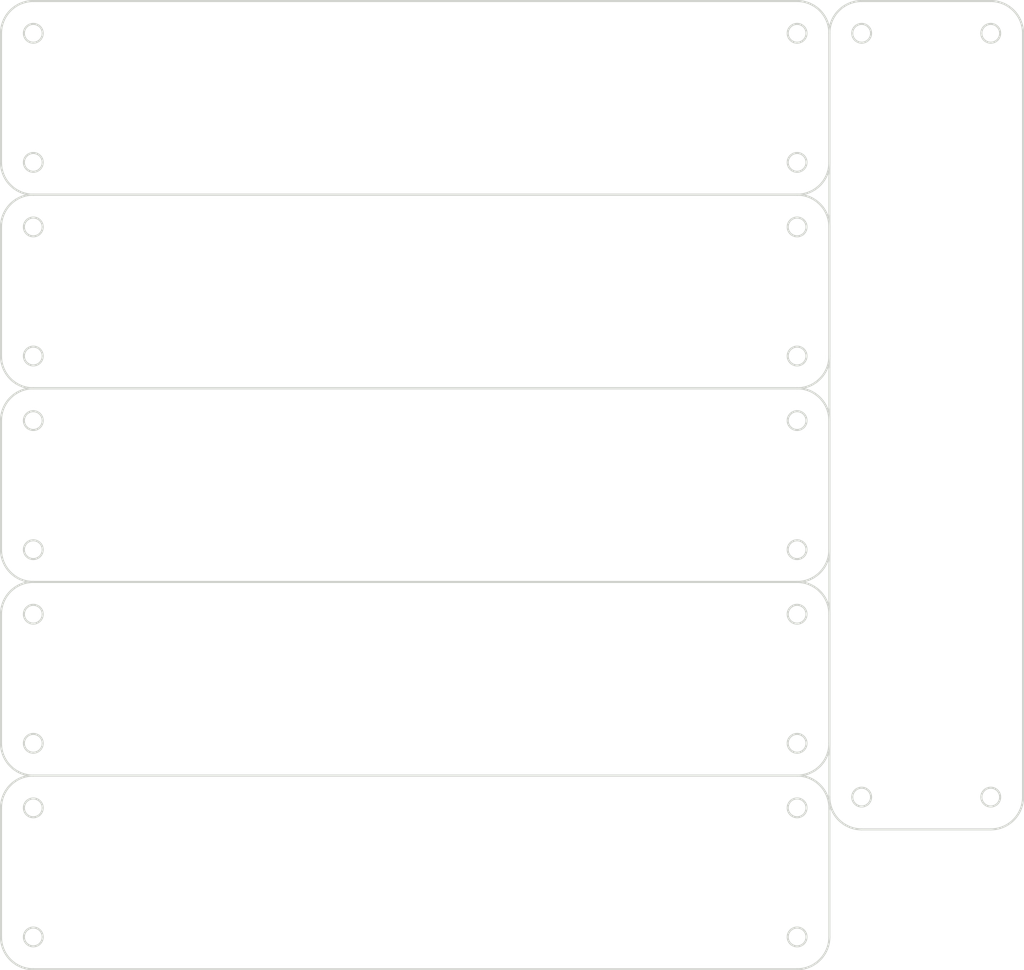
<source format=kicad_pcb>
(kicad_pcb (version 3) (host pcbnew "(2013-07-07 BZR 4022)-stable")

  (general
    (links 0)
    (no_connects 0)
    (area 99.809499 99.809499 290.190501 280.190501)
    (thickness 1.6)
    (drawings 72)
    (tracks 0)
    (zones 0)
    (modules 0)
    (nets 1)
  )

  (page A3)
  (layers
    (15 F.Cu signal)
    (0 B.Cu signal)
    (16 B.Adhes user)
    (17 F.Adhes user)
    (18 B.Paste user)
    (19 F.Paste user)
    (20 B.SilkS user)
    (21 F.SilkS user)
    (22 B.Mask user)
    (23 F.Mask user)
    (24 Dwgs.User user)
    (25 Cmts.User user)
    (26 Eco1.User user)
    (27 Eco2.User user)
    (28 Edge.Cuts user)
  )

  (setup
    (last_trace_width 0.254)
    (user_trace_width 0.254)
    (user_trace_width 0.5)
    (user_trace_width 1)
    (user_trace_width 2)
    (trace_clearance 0.254)
    (zone_clearance 0.508)
    (zone_45_only no)
    (trace_min 0.254)
    (segment_width 0.381)
    (edge_width 0.381)
    (via_size 0.889)
    (via_drill 0.635)
    (via_min_size 0.889)
    (via_min_drill 0.508)
    (uvia_size 0.508)
    (uvia_drill 0.127)
    (uvias_allowed no)
    (uvia_min_size 0.508)
    (uvia_min_drill 0.127)
    (pcb_text_width 0.3048)
    (pcb_text_size 1.524 2.032)
    (mod_edge_width 0.2)
    (mod_text_size 1.524 1.524)
    (mod_text_width 0.3048)
    (pad_size 1.4 1.4)
    (pad_drill 0.8)
    (pad_to_mask_clearance 0.254)
    (aux_axis_origin 100 100)
    (visible_elements 7FFFFFFF)
    (pcbplotparams
      (layerselection 3178497)
      (usegerberextensions false)
      (excludeedgelayer true)
      (linewidth 0.150000)
      (plotframeref false)
      (viasonmask false)
      (mode 1)
      (useauxorigin false)
      (hpglpennumber 1)
      (hpglpenspeed 20)
      (hpglpendiameter 15)
      (hpglpenoverlay 2)
      (psnegative false)
      (psa4output false)
      (plotreference true)
      (plotvalue true)
      (plotothertext true)
      (plotinvisibletext false)
      (padsonsilk false)
      (subtractmaskfromsilk false)
      (outputformat 5)
      (mirror false)
      (drillshape 0)
      (scaleselection 1)
      (outputdirectory ""))
  )

  (net 0 "")

  (net_class Default "This is the default net class."
    (clearance 0.254)
    (trace_width 0.254)
    (via_dia 0.889)
    (via_drill 0.635)
    (uvia_dia 0.508)
    (uvia_drill 0.127)
    (add_net "")
  )

  (gr_arc (start 260 106) (end 254 106) (angle 90) (layer Edge.Cuts) (width 0.381) (tstamp 52D85F2F))
  (gr_arc (start 284 106) (end 284 100) (angle 90) (layer Edge.Cuts) (width 0.381) (tstamp 52D85F2E))
  (gr_arc (start 284 248) (end 290 248) (angle 90) (layer Edge.Cuts) (width 0.381) (tstamp 52D85F2D))
  (gr_arc (start 260 248) (end 260 254) (angle 90) (layer Edge.Cuts) (width 0.381) (tstamp 52D85F2C))
  (gr_line (start 260 254) (end 284 254) (angle 90) (layer Edge.Cuts) (width 0.381) (tstamp 52D85F2B))
  (gr_line (start 290 106) (end 290 248) (angle 90) (layer Edge.Cuts) (width 0.381) (tstamp 52D85F2A))
  (gr_line (start 260 100) (end 284 100) (angle 90) (layer Edge.Cuts) (width 0.381) (tstamp 52D85F29))
  (gr_line (start 254 248) (end 254 106) (angle 90) (layer Edge.Cuts) (width 0.381) (tstamp 52D85F28))
  (gr_circle (center 260 106) (end 260 107.75) (layer Edge.Cuts) (width 0.381) (tstamp 52D85F27))
  (gr_circle (center 284 106) (end 284 107.75) (layer Edge.Cuts) (width 0.381) (tstamp 52D85F26))
  (gr_circle (center 284 248) (end 284 249.75) (layer Edge.Cuts) (width 0.381) (tstamp 52D85F25))
  (gr_circle (center 260 248) (end 260 249.75) (layer Edge.Cuts) (width 0.381) (tstamp 52D85F24))
  (gr_circle (center 106 250) (end 104.25 250) (layer Edge.Cuts) (width 0.381) (tstamp 52D85F23))
  (gr_circle (center 106 274) (end 104.25 274) (layer Edge.Cuts) (width 0.381) (tstamp 52D85F22))
  (gr_circle (center 248 274) (end 246.25 274) (layer Edge.Cuts) (width 0.381) (tstamp 52D85F21))
  (gr_circle (center 248 250) (end 246.25 250) (layer Edge.Cuts) (width 0.381) (tstamp 52D85F20))
  (gr_line (start 106 244) (end 248 244) (angle 90) (layer Edge.Cuts) (width 0.381) (tstamp 52D85F1F))
  (gr_line (start 254 250) (end 254 274) (angle 90) (layer Edge.Cuts) (width 0.381) (tstamp 52D85F1E))
  (gr_line (start 248 280) (end 106 280) (angle 90) (layer Edge.Cuts) (width 0.381) (tstamp 52D85F1D))
  (gr_line (start 100 250) (end 100 274) (angle 90) (layer Edge.Cuts) (width 0.381) (tstamp 52D85F1C))
  (gr_arc (start 106 250) (end 100 250) (angle 90) (layer Edge.Cuts) (width 0.381) (tstamp 52D85F1B))
  (gr_arc (start 106 274) (end 106 280) (angle 90) (layer Edge.Cuts) (width 0.381) (tstamp 52D85F1A))
  (gr_arc (start 248 274) (end 254 274) (angle 90) (layer Edge.Cuts) (width 0.381) (tstamp 52D85F19))
  (gr_arc (start 248 250) (end 248 244) (angle 90) (layer Edge.Cuts) (width 0.381) (tstamp 52D85F18))
  (gr_circle (center 106 178) (end 104.25 178) (layer Edge.Cuts) (width 0.381) (tstamp 52D85F17))
  (gr_circle (center 106 202) (end 104.25 202) (layer Edge.Cuts) (width 0.381) (tstamp 52D85F16))
  (gr_circle (center 248 202) (end 246.25 202) (layer Edge.Cuts) (width 0.381) (tstamp 52D85F15))
  (gr_circle (center 248 178) (end 246.25 178) (layer Edge.Cuts) (width 0.381) (tstamp 52D85F14))
  (gr_line (start 106 172) (end 248 172) (angle 90) (layer Edge.Cuts) (width 0.381) (tstamp 52D85F13))
  (gr_line (start 254 178) (end 254 202) (angle 90) (layer Edge.Cuts) (width 0.381) (tstamp 52D85F12))
  (gr_line (start 248 208) (end 106 208) (angle 90) (layer Edge.Cuts) (width 0.381) (tstamp 52D85F11))
  (gr_line (start 100 178) (end 100 202) (angle 90) (layer Edge.Cuts) (width 0.381) (tstamp 52D85F10))
  (gr_arc (start 106 178) (end 100 178) (angle 90) (layer Edge.Cuts) (width 0.381) (tstamp 52D85F0F))
  (gr_arc (start 106 202) (end 106 208) (angle 90) (layer Edge.Cuts) (width 0.381) (tstamp 52D85F0E))
  (gr_arc (start 248 202) (end 254 202) (angle 90) (layer Edge.Cuts) (width 0.381) (tstamp 52D85F0D))
  (gr_arc (start 248 178) (end 248 172) (angle 90) (layer Edge.Cuts) (width 0.381) (tstamp 52D85F0C))
  (gr_arc (start 248 214) (end 248 208) (angle 90) (layer Edge.Cuts) (width 0.381) (tstamp 52D85F0B))
  (gr_arc (start 248 238) (end 254 238) (angle 90) (layer Edge.Cuts) (width 0.381) (tstamp 52D85F0A))
  (gr_arc (start 106 238) (end 106 244) (angle 90) (layer Edge.Cuts) (width 0.381) (tstamp 52D85F09))
  (gr_arc (start 106 214) (end 100 214) (angle 90) (layer Edge.Cuts) (width 0.381) (tstamp 52D85F08))
  (gr_line (start 100 214) (end 100 238) (angle 90) (layer Edge.Cuts) (width 0.381) (tstamp 52D85F07))
  (gr_line (start 248 244) (end 106 244) (angle 90) (layer Edge.Cuts) (width 0.381) (tstamp 52D85F06))
  (gr_line (start 254 214) (end 254 238) (angle 90) (layer Edge.Cuts) (width 0.381) (tstamp 52D85F05))
  (gr_line (start 106 208) (end 248 208) (angle 90) (layer Edge.Cuts) (width 0.381) (tstamp 52D85F04))
  (gr_circle (center 248 214) (end 246.25 214) (layer Edge.Cuts) (width 0.381) (tstamp 52D85F03))
  (gr_circle (center 248 238) (end 246.25 238) (layer Edge.Cuts) (width 0.381) (tstamp 52D85F02))
  (gr_circle (center 106 238) (end 104.25 238) (layer Edge.Cuts) (width 0.381) (tstamp 52D85F01))
  (gr_circle (center 106 214) (end 104.25 214) (layer Edge.Cuts) (width 0.381) (tstamp 52D85F00))
  (gr_circle (center 106 142) (end 104.25 142) (layer Edge.Cuts) (width 0.381) (tstamp 52D85EFF))
  (gr_circle (center 106 166) (end 104.25 166) (layer Edge.Cuts) (width 0.381) (tstamp 52D85EFE))
  (gr_circle (center 248 166) (end 246.25 166) (layer Edge.Cuts) (width 0.381) (tstamp 52D85EFD))
  (gr_circle (center 248 142) (end 246.25 142) (layer Edge.Cuts) (width 0.381) (tstamp 52D85EFC))
  (gr_line (start 106 136) (end 248 136) (angle 90) (layer Edge.Cuts) (width 0.381) (tstamp 52D85EFB))
  (gr_line (start 254 142) (end 254 166) (angle 90) (layer Edge.Cuts) (width 0.381) (tstamp 52D85EFA))
  (gr_line (start 248 172) (end 106 172) (angle 90) (layer Edge.Cuts) (width 0.381) (tstamp 52D85EF9))
  (gr_line (start 100 142) (end 100 166) (angle 90) (layer Edge.Cuts) (width 0.381) (tstamp 52D85EF8))
  (gr_arc (start 106 142) (end 100 142) (angle 90) (layer Edge.Cuts) (width 0.381) (tstamp 52D85EF7))
  (gr_arc (start 106 166) (end 106 172) (angle 90) (layer Edge.Cuts) (width 0.381) (tstamp 52D85EF6))
  (gr_arc (start 248 166) (end 254 166) (angle 90) (layer Edge.Cuts) (width 0.381) (tstamp 52D85EF5))
  (gr_arc (start 248 142) (end 248 136) (angle 90) (layer Edge.Cuts) (width 0.381) (tstamp 52D85EF4))
  (gr_arc (start 248 106) (end 248 100) (angle 90) (layer Edge.Cuts) (width 0.381))
  (gr_arc (start 248 130) (end 254 130) (angle 90) (layer Edge.Cuts) (width 0.381))
  (gr_arc (start 106 130) (end 106 136) (angle 90) (layer Edge.Cuts) (width 0.381))
  (gr_arc (start 106 106) (end 100 106) (angle 90) (layer Edge.Cuts) (width 0.381))
  (gr_line (start 100 106) (end 100 130) (angle 90) (layer Edge.Cuts) (width 0.381))
  (gr_line (start 248 136) (end 106 136) (angle 90) (layer Edge.Cuts) (width 0.381))
  (gr_line (start 254 106) (end 254 130) (angle 90) (layer Edge.Cuts) (width 0.381))
  (gr_line (start 106 100) (end 248 100) (angle 90) (layer Edge.Cuts) (width 0.381))
  (gr_circle (center 248 106) (end 246.25 106) (layer Edge.Cuts) (width 0.381))
  (gr_circle (center 248 130) (end 246.25 130) (layer Edge.Cuts) (width 0.381))
  (gr_circle (center 106 130) (end 104.25 130) (layer Edge.Cuts) (width 0.381))
  (gr_circle (center 106 106) (end 104.25 106) (layer Edge.Cuts) (width 0.381))

)

</source>
